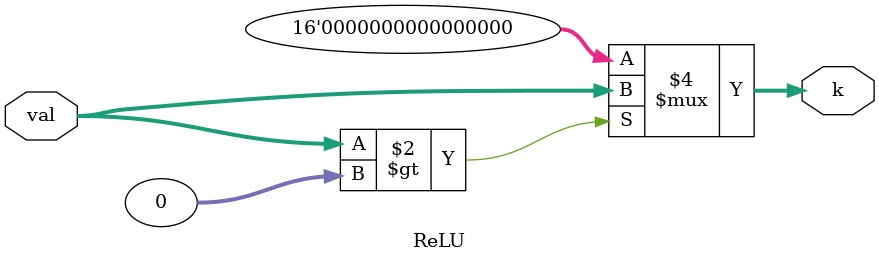
<source format=v>
module ReLU(
     input signed [15:0] val,
     output reg [15:0] k
);
always @* begin
if (val>0) begin
  k=val;
  end
else begin
 k=0;
 end
 end
 endmodule
</source>
